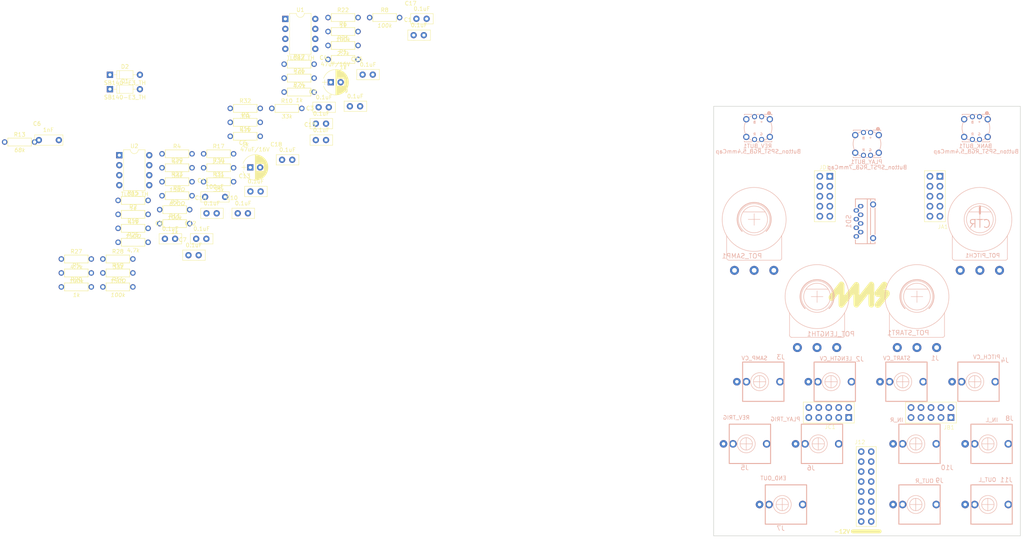
<source format=kicad_pcb>
(kicad_pcb (version 20211014) (generator pcbnew)
  (layers (0 "F.Cu" signal) (31 "B.Cu" signal) (34 "B.Paste" user) (35 "F.Paste" user) (36 "B.SilkS" user "B.Silkscreen") (37 "F.SilkS" user "F.Silkscreen") (38 "B.Mask" user) (39 "F.Mask" user) (44 "Edge.Cuts" user))
  (net 0 "")
  (net 2 "GND")
  (net 3 "Net-(BANK_BUT1-Pad2)")
  (net 5 "Net-(BANK_BUT1-Pad6)")
  (net 6 "+3V3")
  (net 7 "Net-(BANK_BUT1-Pad7)")
  (net 8 "Net-(BANK_BUT1-Pad8)")
  (net 9 "/A4")
  (net 10 "GNDADC")
  (net 11 "/A5")
  (net 12 "Net-(C3-Pad2)")
  (net 13 "+12V")
  (net 14 "-12VA")
  (net 15 "/A2")
  (net 16 "/A7")
  (net 17 "/A6")
  (net 18 "Net-(C11-Pad1)")
  (net 19 "Net-(C11-Pad2)")
  (net 20 "/D6")
  (net 21 "/D8")
  (net 22 "/A9")
  (net 23 "Net-(D1-Pad2)")
  (net 24 "Net-(D2-Pad1)")
  (net 25 "Net-(J1-Pad1)")
  (net 26 "Net-(J2-Pad1)")
  (net 27 "Net-(J3-Pad1)")
  (net 28 "Net-(J4-Pad1)")
  (net 29 "/PWR_HDR_CLK_BUS")
  (net 30 "/D15")
  (net 31 "/D13")
  (net 32 "/AUDIO_IN2")
  (net 34 "/AUDIO_OUT1")
  (net 37 "/AUDIO_OUT2")
  (net 39 "/AUDIO_IN1")
  (net 41 "VREF+")
  (net 42 "/D11")
  (net 43 "/D10")
  (net 44 "/D14")
  (net 45 "/D12")
  (net 46 "/Unused(5V)")
  (net 47 "/D0")
  (net 48 "/D1")
  (net 49 "/D3")
  (net 50 "/D2")
  (net 51 "/D5")
  (net 52 "/D19")
  (net 53 "/D18")
  (net 54 "/D7")
  (net 55 "/D17")
  (net 56 "/D16")
  (net 57 "/D9")
  (net 58 "/A0")
  (net 59 "/A1")
  (net 60 "/A3")
  (net 61 "/A8")
  (net 63 "Net-(PLAY_BUT1-Pad2)")
  (net 65 "Net-(PLAY_BUT1-Pad6)")
  (net 66 "Net-(PLAY_BUT1-Pad7)")
  (net 67 "Net-(PLAY_BUT1-Pad8)")
  (net 68 "Net-(R1-Pad2)")
  (net 69 "Net-(R8-Pad1)")
  (net 70 "Net-(R12-Pad2)")
  (net 71 "Net-(R20-Pad2)")
  (net 72 "Net-(R21-Pad2)")
  (net 73 "Net-(R24-Pad1)")
  (net 74 "Net-(R27-Pad1)")
  (net 75 "Net-(R29-Pad2)")
  (net 78 "Net-(J7-Pad1)")
  (net 80 "Net-(R10-Pad2)")
  (footprint "4ms_Resistor:R_Axial_DIN0207_L6.3mm_D2.5mm_P7.62mm_Horizontal" (layer "F.Cu") (at -133.24 -22.65)
    (fp_text reference "R22" (at 0 -1.9) (layer "F.SilkS") (effects (font (size 1.016 1.016) (thickness 0.1524))))
    (fp_text value "1k_TH0.125")
    (fp_text user "${Display}" (at 0 2.05) (layer "F.SilkS") (effects (font (thickness 0.15) italic)))
    (pad "1" thru_hole circle (at -3.81 0) (size 1.397 1.397) (drill 0.8128) (layers *.Cu *.Mask) (net 5 "Net-(BANK_BUT1-Pad6)"))
    (pad "2" thru_hole circle (at 3.81 0) (size 1.397 1.397) (drill 0.8128) (layers *.Cu *.Mask) (net 47 "/D0"))
  )
  (footprint "4ms_Capacitor:C_Disc_P2.54mm" (layer "F.Cu") (at -171.23 37.78)
    (fp_text reference "C7" (at -2.794 -3.9116) (layer "F.SilkS") (effects (font (size 1.016 1.016) (thickness 0.1524))))
    (fp_text value "0.1uF_Disc_TH" hide)
    (fp_text user "${Display}" (at 0.0508 -2.54) (layer "F.SilkS"))
    (pad "1" thru_hole circle (at -1.3208 0) (size 1.6 1.6) (drill 0.8) (layers *.Cu *.Mask) (net 13 "+12V"))
    (pad "2" thru_hole circle (at 1.27 0) (size 1.6 1.6) (drill 0.8) (layers *.Cu *.Mask) (net 2 "GND"))
  )
  (footprint "4ms_Capacitor:C_Disc_P2.54mm" (layer "F.Cu") (at -113.26 -22.34)
    (fp_text reference "C17" (at -2.794 -3.9116) (layer "F.SilkS") (effects (font (size 1.016 1.016) (thickness 0.1524))))
    (fp_text value "0.1uF_Disc_TH" hide)
    (fp_text user "${Display}" (at 0.0508 -2.54) (layer "F.SilkS"))
    (pad "1" thru_hole circle (at -1.3208 0) (size 1.6 1.6) (drill 0.8) (layers *.Cu *.Mask) (net 21 "/D8"))
    (pad "2" thru_hole circle (at 1.27 0) (size 1.6 1.6) (drill 0.8) (layers *.Cu *.Mask) (net 2 "GND"))
  )
  (footprint "4ms_Resistor:R_Axial_DIN0207_L6.3mm_D2.5mm_P7.62mm_Horizontal" (layer "F.Cu") (at -144.41 -7.25)
    (fp_text reference "R26" (at 0 -1.9) (layer "F.SilkS") (effects (font (size 1.016 1.016) (thickness 0.1524))))
    (fp_text value "4.7k_TH0.125")
    (fp_text user "${Display}" (at 0 2.05) (layer "F.SilkS") (effects (font (thickness 0.15) italic)))
    (pad "1" thru_hole circle (at -3.81 0) (size 1.397 1.397) (drill 0.8128) (layers *.Cu *.Mask) (net 63 "Net-(PLAY_BUT1-Pad2)"))
    (pad "2" thru_hole circle (at 3.81 0) (size 1.397 1.397) (drill 0.8128) (layers *.Cu *.Mask) (net 21 "/D8"))
  )
  (footprint "4ms_Capacitor:C_Disc_P2.54mm" (layer "F.Cu") (at -147.43 13.52)
    (fp_text reference "C18" (at -2.794 -3.9116) (layer "F.SilkS") (effects (font (size 1.016 1.016) (thickness 0.1524))))
    (fp_text value "0.1uF_Disc_TH" hide)
    (fp_text user "${Display}" (at 0.0508 -2.54) (layer "F.SilkS"))
    (pad "1" thru_hole circle (at -1.3208 0) (size 1.6 1.6) (drill 0.8) (layers *.Cu *.Mask) (net 22 "/A9"))
    (pad "2" thru_hole circle (at 1.27 0) (size 1.6 1.6) (drill 0.8) (layers *.Cu *.Mask) (net 2 "GND"))
  )
  (footprint "4ms_Resistor:R_Axial_DIN0207_L6.3mm_D2.5mm_P7.62mm_Horizontal" (layer "F.Cu") (at -186.63 27.4)
    (fp_text reference "R2" (at 0 -1.9) (layer "F.SilkS") (effects (font (size 1.016 1.016) (thickness 0.1524))))
    (fp_text value "47k_TH0.125")
    (fp_text user "${Display}" (at 0 2.05) (layer "F.SilkS") (effects (font (thickness 0.15) italic)))
    (pad "1" thru_hole circle (at -3.81 0) (size 1.397 1.397) (drill 0.8128) (layers *.Cu *.Mask) (net 25 "Net-(J1-Pad1)"))
    (pad "2" thru_hole circle (at 3.81 0) (size 1.397 1.397) (drill 0.8128) (layers *.Cu *.Mask) (net 58 "/A0"))
  )
  (footprint "4ms_Diode:D_DO-35_P7.62mm_Horizontal" (layer "F.Cu") (at -188.71 -8.1)
    (fp_text reference "D2" (at 0 -2.06) (layer "F.SilkS") (effects (font (size 1.016 1.016) (thickness 0.1524))))
    (fp_text value "SB140-E3_TH" (at 0 2.06) (layer "F.SilkS") (effects (font (size 1.016 1.016) (thickness 0.1524))))
    (pad "1" thru_hole rect locked (at -3.81 0) (size 1.6 1.6) (drill 0.8) (layers *.Cu *.Mask) (net 24 "Net-(D2-Pad1)"))
    (pad "2" thru_hole oval locked (at 3.81 0) (size 1.6 1.6) (drill 0.8) (layers *.Cu *.Mask) (net 14 "-12VA"))
  )
  (footprint "4ms_Connector:Socket_2x05_2.54mm_TH" (layer "F.Cu") (at -9.728022 77.7938 -90)
    (fp_text reference "JC1" (at 3.658564 -0.359368 180) (layer "F.SilkS") (effects (font (thickness 0.1))))
    (fp_text value "Socket_02x05_TH" hide)
    (pad "1" thru_hole rect locked (at 1.27 -5.08 270) (size 1.7 1.7) (drill 1) (layers F&B.Cu *.Mask) (net 58 "/A0"))
    (pad "2" thru_hole oval locked (at -1.27 -5.08 270) (size 1.7 1.7) (drill 1) (layers F&B.Cu *.Mask) (net 59 "/A1"))
    (pad "3" thru_hole oval locked (at 1.27 -2.54 270) (size 1.7 1.7) (drill 1) (layers F&B.Cu *.Mask) (net 15 "/A2"))
    (pad "4" thru_hole oval locked (at -1.27 -2.54 270) (size 1.7 1.7) (drill 1) (layers F&B.Cu *.Mask) (net 60 "/A3"))
    (pad "5" thru_hole oval locked (at 1.27 0 270) (size 1.7 1.7) (drill 1) (layers F&B.Cu *.Mask) (net 9 "/A4"))
    (pad "6" thru_hole oval locked (at -1.27 0 270) (size 1.7 1.7) (drill 1) (layers F&B.Cu *.Mask) (net 11 "/A5"))
    (pad "7" thru_hole oval locked (at 1.27 2.54 270) (size 1.7 1.7) (drill 1) (layers F&B.Cu *.Mask) (net 17 "/A6"))
    (pad "8" thru_hole oval locked (at -1.27 2.54 270) (size 1.7 1.7) (drill 1) (layers F&B.Cu *.Mask) (net 16 "/A7"))
    (pad "9" thru_hole oval locked (at 1.27 5.08 270) (size 1.7 1.7) (drill 1) (layers F&B.Cu *.Mask) (net 61 "/A8"))
    (pad "10" thru_hole oval locked (at -1.27 5.08 270) (size 1.7 1.7) (drill 1) (layers F&B.Cu *.Mask) (net 22 "/A9"))
  )
  (footprint "4ms_Resistor:R_Axial_DIN0207_L6.3mm_D2.5mm_P7.62mm_Horizontal" (layer "F.Cu") (at -158.11 7.55)
    (fp_text reference "R16" (at 0 -1.9) (layer "F.SilkS") (effects (font (size 1.016 1.016) (thickness 0.1524))))
    (fp_text value "1k_TH0.125")
    (fp_text user "${Display}" (at 0 2.05) (layer "F.SilkS") (effects (font (thickness 0.15) italic)))
    (pad "1" thru_hole circle (at -3.81 0) (size 1.397 1.397) (drill 0.8128) (layers *.Cu *.Mask) (net 51 "/D5"))
    (pad "2" thru_hole circle (at 3.81 0) (size 1.397 1.397) (drill 0.8128) (layers *.Cu *.Mask) (net 8 "Net-(BANK_BUT1-Pad8)"))
  )
  (footprint "4ms_Capacitor:C_Disc_P2.54mm" (layer "F.Cu") (at -113.97 -18.17)
    (fp_text reference "C1" (at -2.794 -3.9116) (layer "F.SilkS") (effects (font (size 1.016 1.016) (thickness 0.1524))))
    (fp_text value "0.1uF_Disc_TH" hide)
    (fp_text user "${Display}" (at 0.0508 -2.54) (layer "F.SilkS"))
    (pad "1" thru_hole circle (at -1.3208 0) (size 1.6 1.6) (drill 0.8) (layers *.Cu *.Mask) (net 9 "/A4"))
    (pad "2" thru_hole circle (at 1.27 0) (size 1.6 1.6) (drill 0.8) (layers *.Cu *.Mask) (net 10 "GNDADC"))
  )
  (footprint "4ms_Capacitor:CP_Radial_P2.5mm" (layer "F.Cu") (at -136.35 -6.2)
    (fp_text reference "C4" (at -1.8796 -6.2484) (layer "F.SilkS") (effects (font (size 1.016 1.016) (thickness 0.1524))))
    (fp_text value "47uF_16V_TH" hide)
    (fp_text user "${Display}" (at 1.1684 -4.572) (layer "F.SilkS"))
    (pad "1" thru_hole rect (at 0 0) (size 1.6 1.6) (drill 0.8) (layers *.Cu *.Mask) (net 13 "+12V"))
    (pad "2" thru_hole circle (at 2.5 0) (size 1.6 1.6) (drill 0.8) (layers *.Cu *.Mask) (net 2 "GND"))
  )
  (footprint "4ms_Resistor:R_Axial_DIN0207_L6.3mm_D2.5mm_P7.62mm_Horizontal" (layer "F.Cu") (at -201.07 42.3)
    (fp_text reference "R5" (at 0 -1.9) (layer "F.SilkS") (effects (font (size 1.016 1.016) (thickness 0.1524))))
    (fp_text value "100k_TH0.125")
    (fp_text user "${Display}" (at 0 2.05) (layer "F.SilkS") (effects (font (thickness 0.15) italic)))
    (pad "1" thru_hole circle (at -3.81 0) (size 1.397 1.397) (drill 0.8128) (layers *.Cu *.Mask) (net 2 "GND"))
    (pad "2" thru_hole circle (at 3.81 0) (size 1.397 1.397) (drill 0.8128) (layers *.Cu *.Mask) (net 58 "/A0"))
  )
  (footprint "4ms_Resistor:R_Axial_DIN0207_L6.3mm_D2.5mm_P7.62mm_Horizontal" (layer "F.Cu") (at -175.46 22.65)
    (fp_text reference "R9" (at 0 -1.9) (layer "F.SilkS") (effects (font (size 1.016 1.016) (thickness 0.1524))))
    (fp_text value "620Ω_TH0.125")
    (fp_text user "${Display}" (at 0 2.05) (layer "F.SilkS") (effects (font (thickness 0.15) italic)))
    (pad "1" thru_hole circle (at -3.81 0) (size 1.397 1.397) (drill 0.8128) (layers *.Cu *.Mask) (net 2 "GND"))
    (pad "2" thru_hole circle (at 3.81 0) (size 1.397 1.397) (drill 0.8128) (layers *.Cu *.Mask) (net 12 "Net-(C3-Pad2)"))
  )
  (footprint "4ms_Resistor:R_Axial_DIN0207_L6.3mm_D2.5mm_P7.62mm_Horizontal" (layer "F.Cu") (at -190.5 45.85)
    (fp_text reference "R14" (at 0 -1.9) (layer "F.SilkS") (effects (font (size 1.016 1.016) (thickness 0.1524))))
    (fp_text value "100k_TH0.125")
    (fp_text user "${Display}" (at 0 2.05) (layer "F.SilkS") (effects (font (thickness 0.15) italic)))
    (pad "1" thru_hole circle (at -3.81 0) (size 1.397 1.397) (drill 0.8128) (layers *.Cu *.Mask) (net 18 "Net-(C11-Pad1)"))
    (pad "2" thru_hole circle (at 3.81 0) (size 1.397 1.397) (drill 0.8128) (layers *.Cu *.Mask) (net 19 "Net-(C11-Pad2)"))
  )
  (footprint "4ms_Resistor:R_Axial_DIN0207_L6.3mm_D2.5mm_P7.62mm_Horizontal" (layer "F.Cu") (at -186.63 34.5)
    (fp_text reference "R25" (at 0 -1.9) (layer "F.SilkS") (effects (font (size 1.016 1.016) (thickness 0.1524))))
    (fp_text value "4.7k_TH0.125")
    (fp_text user "${Display}" (at 0 2.05) (layer "F.SilkS") (effects (font (thickness 0.15) italic)))
    (pad "1" thru_hole circle (at -3.81 0) (size 1.397 1.397) (drill 0.8128) (layers *.Cu *.Mask) (net 3 "Net-(BANK_BUT1-Pad2)"))
    (pad "2" thru_hole circle (at 3.81 0) (size 1.397 1.397) (drill 0.8128) (layers *.Cu *.Mask) (net 20 "/D6"))
  )
  (footprint "4ms_Capacitor:C_Disc_P2.54mm" (layer "F.Cu") (at -138.84 8.5)
    (fp_text reference "C15" (at -2.794 -3.9116) (layer "F.SilkS") (effects (font (size 1.016 1.016) (thickness 0.1524))))
    (fp_text value "0.1uF_Disc_TH" hide)
    (fp_text user "${Display}" (at 0.0508 -2.54) (layer "F.SilkS"))
    (pad "1" thru_hole circle (at -1.3208 0) (size 1.6 1.6) (drill 0.8) (layers *.Cu *.Mask) (net 14 "-12VA"))
    (pad "2" thru_hole circle (at 1.27 0) (size 1.6 1.6) (drill 0.8) (layers *.Cu *.Mask) (net 2 "GND"))
  )
  (footprint "4ms_Diode:D_DO-35_P7.62mm_Horizontal" (layer "F.Cu") (at -188.71 -4.43)
    (fp_text reference "D1" (at 0 -2.06) (layer "F.SilkS") (effects (font (size 1.016 1.016) (thickness 0.1524))))
    (fp_text value "SB140-E3_TH" (at 0 2.06) (layer "F.SilkS") (effects (font (size 1.016 1.016) (thickness 0.1524))))
    (pad "1" thru_hole rect locked (at -3.81 0) (size 1.6 1.6) (drill 0.8) (layers *.Cu *.Mask) (net 13 "+12V"))
    (pad "2" thru_hole oval locked (at 3.81 0) (size 1.6 1.6) (drill 0.8) (layers *.Cu *.Mask) (net 23 "Net-(D1-Pad2)"))
  )
  (footprint "4ms_Capacitor:C_Disc_P2.54mm" (layer "F.Cu") (at -155.48 21.57)
    (fp_text reference "C13" (at -2.794 -3.9116) (layer "F.SilkS") (effects (font (size 1.016 1.016) (thickness 0.1524))))
    (fp_text value "0.1uF_Disc_TH" hide)
    (fp_text user "${Display}" (at 0.0508 -2.54) (layer "F.SilkS"))
    (pad "1" thru_hole circle (at -1.3208 0) (size 1.6 1.6) (drill 0.8) (layers *.Cu *.Mask) (net 14 "-12VA"))
    (pad "2" thru_hole circle (at 1.27 0) (size 1.6 1.6) (drill 0.8) (layers *.Cu *.Mask) (net 2 "GND"))
  )
  (footprint "4ms_Resistor:R_Axial_DIN0207_L6.3mm_D2.5mm_P7.62mm_Horizontal" (layer "F.Cu") (at -175.46 19.1)
    (fp_text reference "R23" (at 0 -1.9) (layer "F.SilkS") (effects (font (size 1.016 1.016) (thickness 0.1524))))
    (fp_text value "150Ω_TH0.125")
    (fp_text user "${Display}" (at 0 2.05) (layer "F.SilkS") (effects (font (thickness 0.15) italic)))
    (pad "1" thru_hole circle (at -3.81 0) (size 1.397 1.397) (drill 0.8128) (layers *.Cu *.Mask) (net 65 "Net-(PLAY_BUT1-Pad6)"))
    (pad "2" thru_hole circle (at 3.81 0) (size 1.397 1.397) (drill 0.8128) (layers *.Cu *.Mask) (net 44 "/D14"))
  )
  (footprint "4ms_Capacitor:C_Disc_P2.54mm" (layer "F.Cu") (at -130.18 -0.09)
    (fp_text reference "C9" (at -2.794 -3.9116) (layer "F.SilkS") (effects (font (size 1.016 1.016) (thickness 0.1524))))
    (fp_text value "0.1uF_Disc_TH" hide)
    (fp_text user "${Display}" (at 0.0508 -2.54) (layer "F.SilkS"))
    (pad "1" thru_hole circle (at -1.3208 0) (size 1.6 1.6) (drill 0.8) (layers *.Cu *.Mask) (net 16 "/A7"))
    (pad "2" thru_hole circle (at 1.27 0) (size 1.6 1.6) (drill 0.8) (layers *.Cu *.Mask) (net 10 "GNDADC"))
  )
  (footprint "4ms_Resistor:R_Axial_DIN0207_L6.3mm_D2.5mm_P7.62mm_Horizontal" (layer "F.Cu") (at -175.46 15.55)
    (fp_text reference "R29" (at 0 -1.9) (layer "F.SilkS") (effects (font (size 1.016 1.016) (thickness 0.1524))))
    (fp_text value "33k_TH0.125")
    (fp_text user "${Display}" (at 0 2.05) (layer "F.SilkS") (effects (font (thickness 0.15) italic)))
    (pad "1" thru_hole circle (at -3.81 0) (size 1.397 1.397) (drill 0.8128) (layers *.Cu *.Mask) (net 6 "+3V3"))
    (pad "2" thru_hole circle (at 3.81 0) (size 1.397 1.397) (drill 0.8128) (layers *.Cu *.Mask) (net 75 "Net-(R29-Pad2)"))
  )
  (footprint "4ms_Package_DIP:DIP-8pin_TH" (layer "F.Cu") (at -147.92 -22.3)
    (fp_text reference "U1" (at 3.82 -2.324) (layer "F.SilkS"))
    (fp_text value "TL082_TH" (at 3.91 9.916) (layer "F.SilkS"))
    (pad "1" thru_hole rect locked (at 0 0) (size 1.6 1.6) (drill 0.8) (layers *.Cu *.Mask) (net 69 "Net-(R8-Pad1)"))
    (pad "2" thru_hole oval locked (at 0 2.54) (size 1.6 1.6) (drill 0.8) (layers *.Cu *.Mask) (net 69 "Net-(R8-Pad1)"))
    (pad "3" thru_hole oval locked (at 0 5.08) (size 1.6 1.6) (drill 0.8) (layers *.Cu *.Mask) (net 68 "Net-(R1-Pad2)"))
    (pad "4" thru_hole oval locked (at 0 7.62) (size 1.6 1.6) (drill 0.8) (layers *.Cu *.Mask) (net 14 "-12VA"))
    (pad "5" thru_hole oval locked (at 7.62 7.62) (size 1.6 1.6) (drill 0.8) (layers *.Cu *.Mask) (net 12 "Net-(C3-Pad2)"))
    (pad "6" thru_hole oval locked (at 7.62 5.08) (size 1.6 1.6) (drill 0.8) (layers *.Cu *.Mask) (net 80 "Net-(R10-Pad2)"))
    (pad "7" thru_hole oval locked (at 7.62 2.54) (size 1.6 1.6) (drill 0.8) (layers *.Cu *.Mask) (net 15 "/A2"))
    (pad "8" thru_hole oval locked (at 7.62 0) (size 1.6 1.6) (drill 0.8) (layers *.Cu *.Mask) (net 13 "+12V"))
  )
  (footprint "4ms_Resistor:R_Axial_DIN0207_L6.3mm_D2.5mm_P7.62mm_Horizontal" (layer "F.Cu") (at -164.89 15.55)
    (fp_text reference "R30" (at 0 -1.9) (layer "F.SilkS") (effects (font (size 1.016 1.016) (thickness 0.1524))))
    (fp_text value "33k_TH0.125")
    (fp_text user "${Display}" (at 0 2.05) (layer "F.SilkS") (effects (font (thickness 0.15) italic)))
    (pad "1" thru_hole circle (at -3.81 0) (size 1.397 1.397) (drill 0.8128) (layers *.Cu *.Mask) (net 6 "+3V3"))
    (pad "2" thru_hole circle (at 3.81 0) (size 1.397 1.397) (drill 0.8128) (layers *.Cu *.Mask) (net 52 "/D19"))
  )
  (footprint "4ms_Resistor:R_Axial_DIN0207_L6.3mm_D2.5mm_P7.62mm_Horizontal" (layer "F.Cu") (at -133.24 -15.55)
    (fp_text reference "R21" (at 0 -1.9) (layer "F.SilkS") (effects (font (size 1.016 1.016) (thickness 0.1524))))
    (fp_text value "2.7k_TH0.125")
    (fp_text user "${Display}" (at 0 2.05) (layer "F.SilkS") (effects (font (thickness 0.15) italic)))
    (pad "1" thru_hole circle (at -3.81 0) (size 1.397 1.397) (drill 0.8128) (layers *.Cu *.Mask) (net 45 "/D12"))
    (pad "2" thru_hole circle (at 3.81 0) (size 1.397 1.397) (drill 0.8128) (layers *.Cu *.Mask) (net 72 "Net-(R21-Pad2)"))
  )
  (footprint "4ms_Connector:Pins_2x08_2.54mm_TH_EuroPower" (layer "F.Cu") (at -0.2 96.6138)
    (fp_text reference "J12" (at -3 -10.7) (layer "F.SilkS") (effects (font (thickness 0.1016)) (justify left bottom)))
    (fp_text value "Eurorack_Power_16pin_Unshrouded")
    (fp_text user "-12V" (at -6.15 11.438) (layer "F.SilkS") (effects (font (thickness 0.2))))
    (pad "1" thru_hole circle locked (at -1.27 -8.89) (size 1.651 1.651) (drill 0.9) (layers F&B.Cu *.Mask) (net 29 "/PWR_HDR_CLK_BUS"))
    (pad "2" thru_hole circle locked (at 1.27 -8.89) (size 1.651 1.651) (drill 0.9) (layers F&B.Cu *.Mask) (net 29 "/PWR_HDR_CLK_BUS"))
    (pad "3" thru_hole circle locked (at -1.27 -6.35) (size 1.651 1.651) (drill 0.9) (layers F&B.Cu *.Mask))
    (pad "4" thru_hole circle locked (at 1.27 -6.35) (size 1.651 1.651) (drill 0.9) (layers F&B.Cu *.Mask))
    (pad "5" thru_hole circle locked (at -1.27 -3.81) (size 1.651 1.651) (drill 0.9) (layers F&B.Cu *.Mask))
    (pad "6" thru_hole circle locked (at 1.27 -3.81) (size 1.651 1.651) (drill 0.9) (layers F&B.Cu *.Mask))
    (pad "7" thru_hole circle locked (at -1.27 -1.27) (size 1.651 1.651) (drill 0.9) (layers F&B.Cu *.Mask) (net 23 "Net-(D1-Pad2)"))
    (pad "8" thru_hole circle locked (at 1.27 -1.27) (size 1.651 1.651) (drill 0.9) (layers F&B.Cu *.Mask) (net 23 "Net-(D1-Pad2)"))
    (pad "9" thru_hole circle locked (at -1.27 1.27) (size 1.651 1.651) (drill 0.9) (layers F&B.Cu *.Mask) (net 2 "GND"))
    (pad "10" thru_hole circle locked (at 1.27 1.27) (size 1.651 1.651) (drill 0.9) (layers F&B.Cu *.Mask) (net 2 "GND"))
    (pad "11" thru_hole circle locked (at -1.27 3.81) (size 1.651 1.651) (drill 0.9) (layers F&B.Cu *.Mask) (net 2 "GND"))
    (pad "12" thru_hole circle locked (at 1.27 3.81) (size 1.651 1.651) (drill 0.9) (layers F&B.Cu *.Mask) (net 2 "GND"))
    (pad "13" thru_hole circle locked (at -1.27 6.35) (size 1.651 1.651) (drill 0.9) (layers F&B.Cu *.Mask) (net 2 "GND"))
    (pad "14" thru_hole circle locked (at 1.27 6.35) (size 1.651 1.651) (drill 0.9) (layers F&B.Cu *.Mask) (net 2 "GND"))
    (pad "15" thru_hole circle locked (at -1.27 8.89) (size 1.651 1.651) (drill 0.9) (layers F&B.Cu *.Mask) (net 24 "Net-(D2-Pad1)"))
    (pad "16" thru_hole circle locked (at 1.27 8.89) (size 1.651 1.651) (drill 0.9) (layers F&B.Cu *.Mask) (net 24 "Net-(D2-Pad1)"))
  )
  (footprint "4ms_Resistor:R_Axial_DIN0207_L6.3mm_D2.5mm_P7.62mm_Horizontal" (layer "F.Cu") (at -175.46 12)
    (fp_text reference "R4" (at 0 -1.9) (layer "F.SilkS") (effects (font (size 1.016 1.016) (thickness 0.1524))))
    (fp_text value "47k_TH0.125")
    (fp_text user "${Display}" (at 0 2.05) (layer "F.SilkS") (effects (font (thickness 0.15) italic)))
    (pad "1" thru_hole circle (at -3.81 0) (size 1.397 1.397) (drill 0.8128) (layers *.Cu *.Mask) (net 27 "Net-(J3-Pad1)"))
    (pad "2" thru_hole circle (at 3.81 0) (size 1.397 1.397) (drill 0.8128) (layers *.Cu *.Mask) (net 60 "/A3"))
  )
  (footprint "4ms_Resistor:R_Axial_DIN0207_L6.3mm_D2.5mm_P7.62mm_Horizontal" (layer "F.Cu") (at -190.5 38.75)
    (fp_text reference "R28" (at 0 -1.9) (layer "F.SilkS") (effects (font (size 1.016 1.016) (thickness 0.1524))))
    (fp_text value "33k_TH0.125")
    (fp_text user "${Display}" (at 0 2.05) (layer "F.SilkS") (effects (font (thickness 0.15) italic)))
    (pad "1" thru_hole circle (at -3.81 0) (size 1.397 1.397) (drill 0.8128) (layers *.Cu *.Mask) (net 6 "+3V3"))
    (pad "2" thru_hole circle (at 3.81 0) (size 1.397 1.397) (drill 0.8128) (layers *.Cu *.Mask) (net 53 "/D18"))
  )
  (footprint "4ms_Resistor:R_Axial_DIN0207_L6.3mm_D2.5mm_P7.62mm_Horizontal" (layer "F.Cu") (at -133.24 -12)
    (fp_text reference "R1" (at 0 -1.9) (layer "F.SilkS") (effects (font (size 1.016 1.016) (thickness 0.1524))))
    (fp_text value "1k_TH0.125")
    (fp_text user "${Display}" (at 0 2.05) (layer "F.SilkS") (effects (font (thickness 0.15) italic)))
    (pad "1" thru_hole circle (at -3.81 0) (size 1.397 1.397) (drill 0.8128) (layers *.Cu *.Mask) (net 28 "Net-(J4-Pad1)"))
    (pad "2" thru_hole circle (at 3.81 0) (size 1.397 1.397) (drill 0.8128) (layers *.Cu *.Mask) (net 68 "Net-(R1-Pad2)"))
  )
  (footprint "4ms_Resistor:R_Axial_DIN0207_L6.3mm_D2.5mm_P7.62mm_Horizontal" (layer "F.Cu") (at -144.41 -10.8)
    (fp_text reference "R12" (at 0 -1.9) (layer "F.SilkS") (effects (font (size 1.016 1.016) (thickness 0.1524))))
    (fp_text value "10k_TH0.125")
    (fp_text user "${Display}" (at 0 2.05) (layer "F.SilkS") (effects (font (thickness 0.15) italic)))
    (pad "1" thru_hole circle (at -3.81 0) (size 1.397 1.397) (drill 0.8128) (layers *.Cu *.Mask) (net 50 "/D2"))
    (pad "2" thru_hole circle (at 3.81 0) (size 1.397 1.397) (drill 0.8128) (layers *.Cu *.Mask) (net 70 "Net-(R12-Pad2)"))
  )
  (footprint "4ms_Capacitor:C_Disc_P2.54mm" (layer "F.Cu") (at -177.22 33.61)
    (fp_text reference "C8" (at -2.794 -3.9116) (layer "F.SilkS") (effects (font (size 1.016 1.016) (thickness 0.1524))))
    (fp_text value "0.1uF_Disc_TH" hide)
    (fp_text user "${Display}" (at 0.0508 -2.54) (layer "F.SilkS"))
    (pad "1" thru_hole circle (at -1.3208 0) (size 1.6 1.6) (drill 0.8) (layers *.Cu *.Mask) (net 14 "-12VA"))
    (pad "2" thru_hole circle (at 1.27 0) (size 1.6 1.6) (drill 0.8) (layers *.Cu *.Mask) (net 2 "GND"))
  )
  (footprint "4ms_Resistor:R_Axial_DIN0207_L6.3mm_D2.5mm_P7.62mm_Horizontal" (layer "F.Cu") (at -201.07 38.75)
    (fp_text reference "R27" (at 0 -1.9) (layer "F.SilkS") (effects (font (size 1.016 1.016) (thickness 0.1524))))
    (fp_text value "4.7k_TH0.125")
    (fp_text user "${Display}" (at 0 2.05) (layer "F.SilkS") (effects (font (thickness 0.15) italic)))
    (pad "1" thru_hole circle (at -3.81 0) (size 1.397 1.397) (drill 0.8128) (layers *.Cu *.Mask) (net 74 "Net-(R27-Pad1)"))
    (pad "2" thru_hole circle (at 3.81 0) (size 1.397 1.397) (drill 0.8128) (layers *.Cu *.Mask) (net 22 "/A9"))
  )
  (footprint "4ms_Capacitor:C_Disc_P5.08mm" (layer "F.Cu") (at -208.08 8.51)
    (fp_text reference "C6" (at -2.9972 -4.1656) (layer "F.SilkS") (effects (font (size 1.016 1.016) (thickness 0.1524))))
    (fp_text value "1nF_Disc_TH" hide)
    (fp_text user "${Display}" (at -0.1016 -2.5908) (layer "F.SilkS"))
    (pad "1" thru_hole circle (at -2.5146 0) (size 1.6 1.6) (drill 0.8) (layers *.Cu *.Mask) (net 15 "/A2"))
    (pad "2" thru_hole circle (at 2.5654 0) (size 1.6 1.6) (drill 0.8) (layers *.Cu *.Mask) (net 80 "Net-(R10-Pad2)"))
  )
  (footprint "4ms_Resistor:R_Axial_DIN0207_L6.3mm_D2.5mm_P7.62mm_Horizontal" (layer "F.Cu") (at -133.24 -19.1)
    (fp_text reference "R6" (at 0 -1.9) (layer "F.SilkS") (effects (font (size 1.016 1.016) (thickness 0.1524))))
    (fp_text value "100k_TH0.125")
    (fp_text user "${Display}" (at 0 2.05) (layer "F.SilkS") (effects (font (thickness 0.15) italic)))
    (pad "1" thru_hole circle (at -3.81 0) (size 1.397 1.397) (drill 0.8128) (layers *.Cu *.Mask) (net 2 "GND"))
    (pad "2" thru_hole circle (at 3.81 0) (size 1.397 1.397) (drill 0.8128) (layers *.Cu *.Mask) (net 59 "/A1"))
  )
  (footprint "4ms_Symbol:4msLogo_15.5x6.6mm" (layer "F.Cu") (at -1.979654 47.7838)
    (fp_text reference "G***1" hide)
    (fp_text value "4ms-logo" hide)
  )
  (footprint "4ms_Resistor:R_Axial_DIN0207_L6.3mm_D2.5mm_P7.62mm_Horizontal" (layer "F.Cu") (at -158.11 0.45)
    (fp_text reference "R32" (at 0 -1.9) (layer "F.SilkS") (effects (font (size 1.016 1.016) (thickness 0.1524))))
    (fp_text value "33k_TH0.125")
    (fp_text user "${Display}" (at 0 2.05) (layer "F.SilkS") (effects (font (thickness 0.15) italic)))
    (pad "1" thru_hole circle (at -3.81 0) (size 1.397 1.397) (drill 0.8128) (layers *.Cu *.Mask) (net 6 "+3V3"))
    (pad "2" thru_hole circle (at 3.81 0) (size 1.397 1.397) (drill 0.8128) (layers *.Cu *.Mask) (net 55 "/D17"))
  )
  (footprint "4ms_Capacitor:C_Disc_P2.54mm" (layer "F.Cu") (at -138.13 0.16)
    (fp_text reference "C2" (at -2.794 -3.9116) (layer "F.SilkS") (effects (font (size 1.016 1.016) (thickness 0.1524))))
    (fp_text value "0.1uF_Disc_TH" hide)
    (fp_text user "${Display}" (at 0.0508 -2.54) (layer "F.SilkS"))
    (pad "1" thru_hole circle (at -1.3208 0) (size 1.6 1.6) (drill 0.8) (layers *.Cu *.Mask) (net 11 "/A5"))
    (pad "2" thru_hole circle (at 1.27 0) (size 1.6 1.6) (drill 0.8) (layers *.Cu *.Mask) (net 10 "GNDADC"))
  )
  (footprint "4ms_Resistor:R_Axial_DIN0207_L6.3mm_D2.5mm_P7.62mm_Horizontal" (layer "F.Cu") (at -215.49 9.01)
    (fp_text reference "R13" (at 0 -1.9) (layer "F.SilkS") (effects (font (size 1.016 1.016) (thickness 0.1524))))
    (fp_text value "68k_TH0.125")
    (fp_text user "${Display}" (at 0 2.05) (layer "F.SilkS") (effects (font (thickness 0.15) italic)))
    (pad "1" thru_hole circle (at -3.81 0) (size 1.397 1.397) (drill 0.8128) (layers *.Cu *.Mask) (net 2 "GND"))
    (pad "2" thru_hole circle (at 3.81 0) (size 1.397 1.397) (drill 0.8128) (layers *.Cu *.Mask) (net 18 "Net-(C11-Pad1)"))
  )
  (footprint "4ms_Resistor:R_Axial_DIN0207_L6.3mm_D2.5mm_P7.62mm_Horizontal" (layer "F.Cu") (at -190.5 42.3)
    (fp_text reference "R19" (at 0 -1.9) (layer "F.SilkS") (effects (font (size 1.016 1.016) (thickness 0.1524))))
    (fp_text value "150Ω_TH0.125")
    (fp_text user "${Display}" (at 0 2.05) (layer "F.SilkS") (effects (font (thickness 0.15) italic)))
    (pad "1" thru_hole circle (at -3.81 0) (size 1.397 1.397) (drill 0.8128) (layers *.Cu *.Mask) (net 49 "/D3"))
    (pad "2" thru_hole circle (at 3.81 0) (size 1.397 1.397) (drill 0.8128) (layers *.Cu *.Mask) (net 66 "Net-(PLAY_BUT1-Pad7)"))
  )
  (footprint "4ms_Capacitor:CP_Radial_P2.5mm" (layer "F.Cu") (at -156.83 15.46)
    (fp_text reference "C5" (at -1.8796 -6.2484) (layer "F.SilkS") (effects (font (size 1.016 1.016) (thickness 0.1524))))
    (fp_text value "47uF_16V_TH" hide)
    (fp_text user "${Display}" (at 1.1684 -4.572) (layer "F.SilkS"))
    (pad "1" thru_hole rect (at 0 0) (size 1.6 1.6) (drill 0.8) (layers *.Cu *.Mask) (net 2 "GND"))
    (pad "2" thru_hole circle (at 2.5 0) (size 1.6 1.6) (drill 0.8) (layers *.Cu *.Mask) (net 14 "-12VA"))
  )
  (footprint "4ms_Capacitor:C_Disc_P2.54mm" (layer "F.Cu") (at -166.65 27.13)
    (fp_text reference "C14" (at -2.794 -3.9116) (layer "F.SilkS") (effects (font (size 1.016 1.016) (thickness 0.1524))))
    (fp_text value "0.1uF_Disc_TH" hide)
    (fp_text user "${Display}" (at 0.0508 -2.54) (layer "F.SilkS"))
    (pad "1" thru_hole circle (at -1.3208 0) (size 1.6 1.6) (drill 0.8) (layers *.Cu *.Mask) (net 13 "+12V"))
    (pad "2" thru_hole circle (at 1.27 0) (size 1.6 1.6) (drill 0.8) (layers *.Cu *.Mask) (net 2 "GND"))
  )
  (footprint "4ms_Connector:Socket_2x05_2.54mm_TH" (layer "F.Cu") (at 17.272 22.793808)
    (fp_text reference "JA1" (at 2.032 7.766992) (layer "F.SilkS") (effects (font (thickness 0.1))))
    (fp_text value "Socket_02x05_TH" hide)
    (pad "1" thru_hole rect locked (at 1.27 -5.08) (size 1.7 1.7) (drill 1) (layers F&B.Cu *.Mask) (net 14 "-12VA"))
    (pad "2" thru_hole oval locked (at -1.27 -5.08) (size 1.7 1.7) (drill 1) (layers F&B.Cu *.Mask) (net 41 "VREF+"))
    (pad "3" thru_hole oval locked (at 1.27 -2.54) (size 1.7 1.7) (drill 1) (layers F&B.Cu *.Mask) (net 42 "/D11"))
    (pad "4" thru_hole oval locked (at -1.27 -2.54) (size 1.7 1.7) (drill 1) (layers F&B.Cu *.Mask) (net 43 "/D10"))
    (pad "5" thru_hole oval locked (at 1.27 0) (size 1.7 1.7) (drill 1) (layers F&B.Cu *.Mask) (net 44 "/D14"))
    (pad "6" thru_hole oval locked (at -1.27 0) (size 1.7 1.7) (drill 1) (layers F&B.Cu *.Mask) (net 45 "/D12"))
    (pad "7" thru_hole oval locked (at 1.27 2.54) (size 1.7 1.7) (drill 1) (layers F&B.Cu *.Mask) (net 2 "GND"))
    (pad "8" thru_hole oval locked (at -1.27 2.54) (size 1.7 1.7) (drill 1) (layers F&B.Cu *.Mask) (net 10 "GNDADC"))
    (pad "9" thru_hole oval locked (at 1.27 5.08) (size 1.7 1.7) (drill 1) (layers F&B.Cu *.Mask) (net 13 "+12V"))
    (pad "10" thru_hole oval locked (at -1.27 5.08) (size 1.7 1.7) (drill 1) (layers F&B.Cu *.Mask) (net 46 "/Unused(5V)"))
  )
  (footprint "4ms_Resistor:R_Axial_DIN0207_L6.3mm_D2.5mm_P7.62mm_Horizontal" (layer "F.Cu") (at -164.89 19.1)
    (fp_text reference "R31" (at 0 -1.9) (layer "F.SilkS") (effects (font (size 1.016 1.016) (thickness 0.1524))))
    (fp_text value "33k_TH0.125")
    (fp_text user "${Display}" (at 0 2.05) (layer "F.SilkS") (effects (font (thickness 0.15) italic)))
    (pad "1" thru_hole circle (at -3.81 0) (size 1.397 1.397) (drill 0.8128) (layers *.Cu *.Mask) (net 6 "+3V3"))
    (pad "2" thru_hole circle (at 3.81 0) (size 1.397 1.397) (drill 0.8128) (layers *.Cu *.Mask) (net 56 "/D16"))
  )
  (footprint "4ms_Package_DIP:DIP-8pin_TH" (layer "F.Cu") (at -190.14 12.35)
    (fp_text reference "U2" (at 3.82 -2.324) (layer "F.SilkS"))
    (fp_text value "TL082_TH" (at 3.91 9.916) (layer "F.SilkS"))
    (pad "1" thru_hole rect locked (at 0 0) (size 1.6 1.6) (drill 0.8) (layers *.Cu *.Mask))
    (pad "2" thru_hole oval locked (at 0 2.54) (size 1.6 1.6) (drill 0.8) (layers *.Cu *.Mask))
    (pad "3" thru_hole oval locked (at 0 5.08) (size 1.6 1.6) (drill 0.8) (layers *.Cu *.Mask))
    (pad "4" thru_hole oval locked (at 0 7.62) (size 1.6 1.6) (drill 0.8) (layers *.Cu *.Mask) (net 14 "-12VA"))
    (pad "5" thru_hole oval locked (at 7.62 7.62) (size 1.6 1.6) (drill 0.8) (layers *.Cu *.Mask) (net 70 "Net-(R12-Pad2)"))
    (pad "6" thru_hole oval locked (at 7.62 5.08) (size 1.6 1.6) (drill 0.8) (layers *.Cu *.Mask) (net 18 "Net-(C11-Pad1)"))
    (pad "7" thru_hole oval locked (at 7.62 2.54) (size 1.6 1.6) (drill 0.8) (layers *.Cu *.Mask) (net 19 "Net-(C11-Pad2)"))
    (pad "8" thru_hole oval locked (at 7.62 0) (size 1.6 1.6) (drill 0.8) (layers *.Cu *.Mask) (net 13 "+12V"))
  )
  (footprint "4ms_Resistor:R_Axial_DIN0207_L6.3mm_D2.5mm_P7.62mm_Horizontal" (layer "F.Cu") (at -176.06 26.2)
    (fp_text reference "R7" (at 0 -1.9) (layer "F.SilkS") (effects (font (size 1.016 1.016) (thickness 0.1524))))
    (fp_text value "100k_TH0.125")
    (fp_text user "${Display}" (at 0 2.05) (layer "F.SilkS") (effects (font (thickness 0.15) italic)))
    (pad "1" thru_hole circle (at -3.81 0) (size 1.397 1.397) (drill 0.8128) (layers *.Cu *.Mask) (net 2 "GND"))
    (pad "2" thru_hole circle (at 3.81 0) (size 1.397 1.397) (drill 0.8128) (layers *.Cu *.Mask) (net 60 "/A3"))
  )
  (footprint "4ms_Capacitor:C_Disc_P2.54mm" (layer "F.Cu") (at -169.27 33.61)
    (fp_text reference "C12" (at -2.794 -3.9116) (layer "F.SilkS") (effects (font (size 1.016 1.016) (thickness 0.1524))))
    (fp_text value "0.1uF_Disc_TH" hide)
    (fp_text user "${Display}" (at 0.0508 -2.54) (layer "F.SilkS"))
    (pad "1" thru_hole circle (at -1.3208 0) (size 1.6 1.6) (drill 0.8) (layers *.Cu *.Mask) (net 13 "+12V"))
    (pad "2" thru_hole circle (at 1.27 0) (size 1.6 1.6) (drill 0.8) (layers *.Cu *.Mask) (net 2 "GND"))
  )
  (footprint "4ms_Capacitor:C_Disc_P2.54mm" (layer "F.Cu") (at -126.95 -8.14)
    (fp_text reference "C16" (at -2.794 -3.9116) (layer "F.SilkS") (effects (font (size 1.016 1.016) (thickness 0.1524))))
    (fp_text value "0.1uF_Disc_TH" hide)
    (fp_text user "${Display}" (at 0.0508 -2.54) (layer "F.SilkS"))
    (pad "1" thru_hole circle (at -1.3208 0) (size 1.6 1.6) (drill 0.8) (layers *.Cu *.Mask) (net 20 "/D6"))
    (pad "2" thru_hole circle (at 1.27 0) (size 1.6 1.6) (drill 0.8) (layers *.Cu *.Mask) (net 2 "GND"))
  )
  (footprint "4ms_Resistor:R_Axial_DIN0207_L6.3mm_D2.5mm_P7.62mm_Horizontal" (layer "F.Cu") (at -176.06 29.75)
    (fp_text reference "R11" (at 0 -1.9) (layer "F.SilkS") (effects (font (size 1.016 1.016) (thickness 0.1524))))
    (fp_text value "1k_TH0.125")
    (fp_text user "${Display}" (at 0 2.05) (layer "F.SilkS") (effects (font (thickness 0.15) italic)))
    (pad "1" thru_hole circle (at -3.81 0) (size 1.397 1.397) (drill 0.8128) (layers *.Cu *.Mask) (net 12 "Net-(C3-Pad2)"))
    (pad "2" thru_hole circle (at 3.81 0) (size 1.397 1.397) (drill 0.8128) (layers *.Cu *.Mask) (net 41 "VREF+"))
  )
  (footprint "4ms_Resistor:R_Axial_DIN0207_L6.3mm_D2.5mm_P7.62mm_Horizontal" (layer "F.Cu") (at -147.54 0.45)
    (fp_text reference "R10" (at 0 -1.9) (layer "F.SilkS") (effects (font (size 1.016 1.016) (thickness 0.1524))))
    (fp_text value "33k_TH0.125")
    (fp_text user "${Display}" (at 0 2.05) (layer "F.SilkS") (effects (font (thickness 0.15) italic)))
    (pad "1" thru_hole circle (at -3.81 0) (size 1.397 1.397) (drill 0.8128) (layers *.Cu *.Mask) (net 15 "/A2"))
    (pad "2" thru_hole circle (at 3.81 0) (size 1.397 1.397) (drill 0.8128) (layers *.Cu *.Mask) (net 80 "Net-(R10-Pad2)"))
  )
  (footprint "4ms_Resistor:R_Axial_DIN0207_L6.3mm_D2.5mm_P7.62mm_Horizontal" (layer "F.Cu") (at -186.63 23.85)
    (fp_text reference "R15" (at 0 -1.9) (layer "F.SilkS") (effects (font (size 1.016 1.016) (thickness 0.1524))))
    (fp_text value "1k_TH0.125")
    (fp_text user "${Display}" (at 0 2.05) (layer "F.SilkS") (effects (font (thickness 0.15) italic)))
    (pad "1" thru_hole circle (at -3.81 0) (size 1.397 1.397) (drill 0.8128) (layers *.Cu *.Mask) (net 19 "Net-(C11-Pad2)"))
    (pad "2" thru_hole circle (at 3.81 0) (size 1.397 1.397) (drill 0.8128) (layers *.Cu *.Mask) (net 78 "Net-(J7-Pad1)"))
  )
  (footprint "4ms_Resistor:R_Axial_DIN0207_L6.3mm_D2.5mm_P7.62mm_Horizontal" (layer "F.Cu") (at -164.89 12)
    (fp_text reference "R17" (at 0 -1.9) (layer "F.SilkS") (effects (font (size 1.016 1.016) (thickness 0.1524))))
    (fp_text value "2.7k_TH0.125")
    (fp_text user "${Display}" (at 0 2.05) (layer "F.SilkS") (effects (font (thickness 0.15) italic)))
    (pad "1" thru_hole circle (at -3.81 0) (size 1.397 1.397) (drill 0.8128) (layers *.Cu *.Mask) (net 48 "/D1"))
    (pad "2" thru_hole circle (at 3.81 0) (size 1.397 1.397) (drill 0.8128) (layers *.Cu *.Mask) (net 7 "Net-(BANK_BUT1-Pad7)"))
  )
  (footprint "4ms_Capacitor:C_Disc_P5.08mm" (layer "F.Cu") (at -165.8 22.96)
    (fp_text reference "C11" (at -2.9972 -4.1656) (layer "F.SilkS") (effects (font (size 1.016 1.016) (thickness 0.1524))))
    (fp_text value "100pF_Disc_TH" hide)
    (fp_text user "${Display}" (at -0.1016 -2.5908) (layer "F.SilkS"))
    (pad "1" thru_hole circle (at -2.5146 0) (size 1.6 1.6) (drill 0.8) (layers *.Cu *.Mask) (net 18 "Net-(C11-Pad1)"))
    (pad "2" thru_hole circle (at 2.5654 0) (size 1.6 1.6) (drill 0.8) (layers *.Cu *.Mask) (net 19 "Net-(C11-Pad2)"))
  )
  (footprint "4ms_Resistor:R_Axial_DIN0207_L6.3mm_D2.5mm_P7.62mm_Horizontal" (layer "F.Cu") (at -186.63 30.95)
    (fp_text reference "R18" (at 0 -1.9) (layer "F.SilkS") (effects (font (size 1.016 1.016) (thickness 0.1524))))
    (fp_text value "150Ω_TH0.125")
    (fp_text user "${Display}" (at 0 2.05) (layer "F.SilkS") (effects (font (thickness 0.15) italic)))
    (pad "1" thru_hole circle (at -3.81 0) (size 1.397 1.397) (drill 0.8128) (layers *.Cu *.Mask) (net 54 "/D7"))
    (pad "2" thru_hole circle (at 3.81 0) (size 1.397 1.397) (drill 0.8128) (layers *.Cu *.Mask) (net 67 "Net-(PLAY_BUT1-Pad8)"))
  )
  (footprint "4ms_Resistor:R_Axial_DIN0207_L6.3mm_D2.5mm_P7.62mm_Horizontal" (layer "F.Cu") (at -144.41 -3.7)
    (fp_text reference "R24" (at 0 -1.9) (layer "F.SilkS") (effects (font (size 1.016 1.016) (thickness 0.1524))))
    (fp_text value "1k_TH0.125")
    (fp_text user "${Display}" (at 0 2.05) (layer "F.SilkS") (effects (font (thickness 0.15) italic)))
    (pad "1" thru_hole circle (at -3.81 0) (size 1.397 1.397) (drill 0.8128) (layers *.Cu *.Mask) (net 73 "Net-(R24-Pad1)"))
    (pad "2" thru_hole circle (at 3.81 0) (size 1.397 1.397) (drill 0.8128) (layers *.Cu *.Mask) (net 42 "/D11"))
  )
  (footprint "4ms_Connector:Socket_2x05_2.54mm_TH" (layer "F.Cu") (at 16.272002 77.7938 -90)
    (fp_text reference "JB1" (at 3.785564 -4.585344 180) (layer "F.SilkS") (effects (font (thickness 0.1))))
    (fp_text value "Socket_02x05_TH" hide)
    (pad "1" thru_hole rect locked (at 1.27 -5.08 270) (size 1.7 1.7) (drill 1) (layers F&B.Cu *.Mask) (net 37 "/AUDIO_OUT2"))
    (pad "2" thru_hole oval locked (at -1.27 -5.08 270) (size 1.7 1.7) (drill 1) (layers F&B.Cu *.Mask) (net 47 "/D0"))
    (pad "3" thru_hole oval locked (at 1.27 -2.54 270) (size 1.7 1.7) (drill 1) (layers F&B.Cu *.Mask) (net 34 "/AUDIO_OUT1"))
    (pad "4" thru_hole oval locked (at -1.27 -2.54 270) (size 1.7 1.7) (drill 1) (layers F&B.Cu *.Mask) (net 48 "/D1"))
    (pad "5" thru_hole oval locked (at 1.27 0 270) (size 1.7 1.7) (drill 1) (layers F&B.Cu *.Mask) (net 32 "/AUDIO_IN2"))
    (pad "6" thru_hole oval locked (at -1.27 0 270) (size 1.7 1.7) (drill 1) (layers F&B.Cu *.Mask) (net 30 "/D15"))
    (pad "7" thru_hole oval locked (at 1.27 2.54 270) (size 1.7 1.7) (drill 1) (layers F&B.Cu *.Mask) (net 39 "/AUDIO_IN1"))
    (pad "8" thru_hole oval locked (at -1.27 2.54 270) (size 1.7 1.7) (drill 1) (layers F&B.Cu *.Mask) (net 31 "/D13"))
    (pad "9" thru_hole oval locked (at 1.27 5.08 270) (size 1.7 1.7) (drill 1) (layers F&B.Cu *.Mask) (net 49 "/D3"))
    (pad "10" thru_hole oval locked (at -1.27 5.08 270) (size 1.7 1.7) (drill 1) (layers F&B.Cu *.Mask) (net 50 "/D2"))
  )
  (footprint "4ms_Resistor:R_Axial_DIN0207_L6.3mm_D2.5mm_P7.62mm_Horizontal" (layer "F.Cu") (at -122.67 -22.65)
    (fp_text reference "R8" (at 0 -1.9) (layer "F.SilkS") (effects (font (size 1.016 1.016) (thickness 0.1524))))
    (fp_text value "100k_TH0.125")
    (fp_text user "${Display}" (at 0 2.05) (layer "F.SilkS") (effects (font (thickness 0.15) italic)))
    (pad "1" thru_hole circle (at -3.81 0) (size 1.397 1.397) (drill 0.8128) (layers *.Cu *.Mask) (net 69 "Net-(R8-Pad1)"))
    (pad "2" thru_hole circle (at 3.81 0) (size 1.397 1.397) (drill 0.8128) (layers *.Cu *.Mask) (net 80 "Net-(R10-Pad2)"))
  )
  (footprint "4ms_Capacitor:C_Disc_P2.54mm" (layer "F.Cu") (at -138.84 4.33)
    (fp_text reference "C3" (at -2.794 -3.9116) (layer "F.SilkS") (effects (font (size 1.016 1.016) (thickness 0.1524))))
    (fp_text value "0.1uF_Disc_TH" hide)
    (fp_text user "${Display}" (at 0.0508 -2.54) (layer "F.SilkS"))
    (pad "1" thru_hole circle (at -1.3208 0) (size 1.6 1.6) (drill 0.8) (layers *.Cu *.Mask) (net 2 "GND"))
    (pad "2" thru_hole circle (at 1.27 0) (size 1.6 1.6) (drill 0.8) (layers *.Cu *.Mask) (net 12 "Net-(C3-Pad2)"))
  )
  (footprint "4ms_Connector:Socket_2x05_2.54mm_TH" (layer "F.Cu") (at -10.72802 22.793808)
    (fp_text reference "JD1" (at -0.05 -7.35) (layer "F.SilkS") (effects (font (thickness 0.1))))
    (fp_text value "Socket_02x05_TH" hide)
    (pad "1" thru_hole rect locked (at 1.27 -5.08) (size 1.7 1.7) (drill 1) (layers F&B.Cu *.Mask) (net 51 "/D5"))
    (pad "2" thru_hole oval locked (at -1.27 -5.08) (size 1.7 1.7) (drill 1) (layers F&B.Cu *.Mask) (net 20 "/D6"))
    (pad "3" thru_hole oval locked (at 1.27 -2.54) (size 1.7 1.7) (drill 1) (layers F&B.Cu *.Mask) (net 52 "/D19"))
    (pad "4" thru_hole oval locked (at -1.27 -2.54) (size 1.7 1.7) (drill 1) (layers F&B.Cu *.Mask) (net 21 "/D8"))
    (pad "5" thru_hole oval locked (at 1.27 0) (size 1.7 1.7) (drill 1) (layers F&B.Cu *.Mask) (net 53 "/D18"))
    (pad "6" thru_hole oval locked (at -1.27 0) (size 1.7 1.7) (drill 1) (layers F&B.Cu *.Mask) (net 54 "/D7"))
    (pad "7" thru_hole oval locked (at 1.27 2.54) (size 1.7 1.7) (drill 1) (layers F&B.Cu *.Mask) (net 55 "/D17"))
    (pad "8" thru_hole oval locked (at -1.27 2.54) (size 1.7 1.7) (drill 1) (layers F&B.Cu *.Mask) (net 6 "+3V3"))
    (pad "9" thru_hole oval locked (at 1.27 5.08) (size 1.7 1.7) (drill 1) (layers F&B.Cu *.Mask) (net 56 "/D16"))
    (pad "10" thru_hole oval locked (at -1.27 5.08) (size 1.7 1.7) (drill 1) (layers F&B.Cu *.Mask) (net 57 "/D9"))
  )
  (footprint "4ms_Resistor:R_Axial_DIN0207_L6.3mm_D2.5mm_P7.62mm_Horizontal" (layer "F.Cu") (at -201.07 45.85)
    (fp_text reference "R20" (at 0 -1.9) (layer "F.SilkS") (effects (font (size 1.016 1.016) (thickness 0.1524))))
    (fp_text value "1k_TH0.125")
    (fp_text user "${Display}" (at 0 2.05) (layer "F.SilkS") (effects (font (thickness 0.15) italic)))
    (pad "1" thru_hole circle (at -3.81 0) (size 1.397 1.397) (drill 0.8128) (layers *.Cu *.Mask) (net 43 "/D10"))
    (pad "2" thru_hole circle (at 3.81 0) (size 1.397 1.397) (drill 0.8128) (layers *.Cu *.Mask) (net 71 "Net-(R20-Pad2)"))
  )
  (footprint "4ms_Resistor:R_Axial_DIN0207_L6.3mm_D2.5mm_P7.62mm_Horizontal" (layer "F.Cu") (at -158.11 4)
    (fp_text reference "R3" (at 0 -1.9) (layer "F.SilkS") (effects (font (size 1.016 1.016) (thickness 0.1524))))
    (fp_text value "47k_TH0.125")
    (fp_text user "${Display}" (at 0 2.05) (layer "F.SilkS") (effects (font (thickness 0.15) italic)))
    (pad "1" thru_hole circle (at -3.81 0) (size 1.397 1.397) (drill 0.8128) (layers *.Cu *.Mask) (net 26 "Net-(J2-Pad1)"))
    (pad "2" thru_hole circle (at 3.81 0) (size 1.397 1.397) (drill 0.8128) (layers *.Cu *.Mask) (net 59 "/A1"))
  )
  (footprint "4ms_Capacitor:C_Disc_P2.54mm" (layer "F.Cu") (at -158.7 27.13)
    (fp_text reference "C10" (at -2.794 -3.9116) (layer "F.SilkS") (effects (font (size 1.016 1.016) (thickness 0.1524))))
    (fp_text value "0.1uF_Disc_TH" hide)
    (fp_text user "${Display}" (at 0.0508 -2.54) (layer "F.SilkS"))
    (pad "1" thru_hole circle (at -1.3208 0) (size 1.6 1.6) (drill 0.8) (layers *.Cu *.Mask) (net 17 "/A6"))
    (pad "2" thru_hole circle (at 1.27 0) (size 1.6 1.6) (drill 0.8) (layers *.Cu *.Mask) (net 10 "GNDADC"))
  )
  (footprint "4ms_Jack:EighthInch_PJ398SM" (layer "B.Cu") (at 12.399992 85.757236 180)
    (fp_text reference "J10" (at -9.700008 -6.742764) (layer "B.SilkS") (effects (font (size 1.2065 1.2065) (thickness 0.1524)) (justify left bottom mirror)))
    (fp_text value "AUDIO_INR")
    (pad "1" thru_hole circle (at -5.207 0 180) (size 1.9304 1.9304) (drill 1.143) (layers F&B.Cu *.Mask) (net 39 "/AUDIO_IN1"))
    (pad "2" thru_hole circle (at 5.7658 0 180) (size 1.9304 1.9304) (drill 0.889) (layers F&B.Cu *.Mask) (net 2 "GND"))
    (pad "3" thru_hole circle (at 3.3528 0 180) (size 1.9304 1.9304) (drill 1.143) (layers F&B.Cu *.Mask))
  )
  (footprint "4ms_Switch:Button_RgbLED_SPST_PB615303HL-7mm" (layer "B.Cu") (at 27.7 5.457236 180)
    (fp_text reference "BANK_BUT1" (at 0.127 -4.572) (layer "B.SilkS") (effects (justify mirror)))
    (fp_text value "Button_SPST_RGB_5.4mmCap" (at -0.05 -5.95) (layer "B.SilkS") (effects (justify mirror)))
    (fp_text user "+" (at -0.875 1.625) (layer "B.SilkS") (effects (font (size 0.65 0.65) (thickness 0.12)) (justify mirror)))
    (fp_text user "G" (at -0.825 -1.55) (layer "B.SilkS") (effects (font (size 0.65 0.65) (thickness 0.12)) (justify mirror)))
    (fp_text user "R" (at 0.875 -1.575) (layer "B.SilkS") (effects (font (size 0.65 0.65) (thickness 0.12)) (justify mirror)))
    (fp_text user "B" (at 0.875 1.475) (layer "B.SilkS") (effects (font (size 0.65 0.65) (thickness 0.12)) (justify mirror)))
    (pad "1" thru_hole circle locked (at -2.996 2.25 180) (size 1.6 1.6) (drill 1) (layers *.Cu *.Mask))
    (pad "2" thru_hole circle locked (at 2.996 2.25 180) (size 1.6 1.6) (drill 1) (layers *.Cu *.Mask) (net 3 "Net-(BANK_BUT1-Pad2)"))
    (pad "3" thru_hole circle locked (at -2.996 -2.25 180) (size 1.6 1.6) (drill 1) (layers *.Cu *.Mask))
    (pad "4" thru_hole circle locked (at 2.996 -2.25 180) (size 1.6 1.6) (drill 1) (layers *.Cu *.Mask) (net 2 "GND"))
    (pad "5" thru_hole circle locked (at -0.9 2.9 180) (size 1.3 1.3) (drill 0.8) (layers *.Cu *.Mask) (net 6 "+3V3"))
    (pad "6" thru_hole circle locked (at 0.9 2.9 180) (size 1.3 1.3) (drill 0.8) (layers *.Cu *.Mask) (net 5 "Net-(BANK_BUT1-Pad6)"))
    (pad "7" thru_hole circle locked (at 0.9 -2.9 180) (size 1.3 1.3) (drill 0.8) (layers *.Cu *.Mask) (net 7 "Net-(BANK_BUT1-Pad7)"))
    (pad "8" thru_hole circle locked (at -0.9 -2.9 180) (size 1.3 1.3) (drill 0.8) (layers *.Cu *.Mask) (net 8 "Net-(BANK_BUT1-Pad8)"))
  )
  (footprint "4ms_Connector_Card:CardSlot_MicroSD_YamaichiPJS008U-3000" (layer "B.Cu") (at 0 28.757236 -90)
    (fp_text reference "SD1" (at 0.46 4.66 90) (layer "B.SilkS") (effects (font (size 1.2 1.2)) (justify mirror)))
    (fp_text value "microSDCon_Vert_TH_PJS008U-3000")
    (pad "1" thru_hole oval (at -3.449751 1.62 270) (size 1.0922 1.397) (drill 0.6858) (layers *.Cu *.Mask) (net 53 "/D18"))
    (pad "2" thru_hole oval (at -2.349931 2.71982 270) (size 1.0922 1.397) (drill 0.6858) (layers *.Cu *.Mask) (net 75 "Net-(R29-Pad2)"))
    (pad "3" thru_hole oval (at -1.249857 1.62 270) (size 1.0922 1.397) (drill 0.69977) (layers *.Cu *.Mask) (net 52 "/D19"))
    (pad "4" thru_hole oval (at -0.150037 2.71982 270) (size 1.0922 1.397) (drill 0.6858) (layers *.Cu *.Mask) (net 6 "+3V3"))
    (pad "5" thru_hole oval (at 0.950037 1.62 270) (size 1.0922 1.397) (drill 0.6858) (layers *.Cu *.Mask) (net 57 "/D9"))
    (pad "6" thru_hole oval (at 2.049857 2.71982 270) (size 1.0922 1.397) (drill 0.6858) (layers *.Cu *.Mask) (net 2 "GND"))
    (pad "7" thru_hole oval (at 3.149931 1.62 270) (size 1.0922 1.397) (drill 0.6858) (layers *.Cu *.Mask) (net 56 "/D16"))
    (pad "8" thru_hole oval (at 4.249751 2.71982 270) (size 1.0922 1.397) (drill 0.6858) (layers *.Cu *.Mask) (net 55 "/D17"))
    (pad "9" thru_hole oval (at -3.8926 -1.54992 270) (size 1.524 1.524) (drill 0.9144) (layers *.Cu *.Mask) (net 2 "GND"))
    (pad "10" thru_hole oval (at 4.6926 -1.54992 270) (size 1.524 1.524) (drill 0.9144) (layers *.Cu *.Mask) (net 2 "GND"))
  )
  (footprint "4ms_Potentiometer:Pot_16mm_NoDet_RV16AF-4A" (layer "B.Cu") (at -12.7 48.314319 180)
    (fp_text reference "POT_LENGTH1" (at 2.699654 -8.804481) (layer "B.SilkS") (effects (font (size 1.2065 1.2065) (thickness 0.1524)) (justify right top mirror)))
    (fp_text value "16mm_NoDet_10k")
    (pad "1" thru_hole circle locked (at -5 -12.954 90) (size 2.286 2.286) (drill 1.2) (layers F&B.Cu *.Mask) (net 10 "GNDADC"))
    (pad "2" thru_hole circle locked (at 0 -12.954 90) (size 2.286 2.286) (drill 1.2) (layers F&B.Cu *.Mask) (net 16 "/A7") (clearance 0.254))
    (pad "3" thru_hole circle locked (at 5 -12.954 90) (size 2.286 2.286) (drill 1.2) (layers F&B.Cu *.Mask) (net 41 "VREF+"))
  )
  (footprint "4ms_Jack:EighthInch_PJ398SM" (layer "B.Cu") (at -9.15 69.957236 180)
    (fp_text reference "J2" (at -8.450346 5.063436) (layer "B.SilkS") (effects (font (size 1.2065 1.2065) (thickness 0.1524)) (justify left bottom mirror)))
    (fp_text value "LENGTH_CV")
    (pad "1" thru_hole circle (at -5.207 0 180) (size 1.9304 1.9304) (drill 1.143) (layers F&B.Cu *.Mask) (net 26 "Net-(J2-Pad1)"))
    (pad "2" thru_hole circle (at 5.7658 0 180) (size 1.9304 1.9304) (drill 0.889) (layers F&B.Cu *.Mask) (net 2 "GND"))
    (pad "3" thru_hole circle (at 3.3528 0 180) (size 1.9304 1.9304) (drill 1.143) (layers F&B.Cu *.Mask) (net 2 "GND"))
  )
  (footprint "4ms_Potentiometer:Pot_16mm_CtrDet_RV16AF-4A" (layer "B.Cu") (at 28.7 28.682236 180)
    (fp_text reference "POT_PITCH1" (at 3.808 -8.6) (layer "B.SilkS") (effects (justify right top mirror)))
    (fp_text value "16mm_CtrDet_10k")
    (fp_text user "CTR" (at 0 -1.1176) (layer "B.SilkS") (effects (font (size 2.032 2.032) (thickness 0.2032)) (justify mirror)))
    (pad "1" thru_hole circle (at -5 -12.954 90) (size 2.286 2.286) (drill 1.2) (layers F&B.Cu *.Mask) (net 10 "GNDADC"))
    (pad "2" thru_hole circle (at 0 -12.954 90) (size 2.286 2.286) (drill 1.2) (layers F&B.Cu *.Mask) (net 9 "/A4") (clearance 0.254))
    (pad "3" thru_hole circle (at 5 -12.954 90) (size 2.286 2.286) (drill 1.2) (layers F&B.Cu *.Mask) (net 41 "VREF+"))
  )
  (footprint "4ms_Jack:EighthInch_PJ398SM" (layer "B.Cu") (at -21.562509 101.182236 180)
    (fp_text reference "J7" (at -0.76 -6.76) (layer "B.SilkS") (effects (font (size 1.2065 1.2065) (thickness 0.1524)) (justify left bottom mirror)))
    (fp_text value "END_OUT" hide)
    (pad "1" thru_hole circle (at -5.207 0 180) (size 1.9304 1.9304) (drill 1.143) (layers *.Cu *.Mask) (net 78 "Net-(J7-Pad1)"))
    (pad "2" thru_hole circle (at 5.7658 0 180) (size 1.9304 1.9304) (drill 0.889) (layers *.Cu *.Mask) (net 2 "GND"))
    (pad "3" thru_hole circle (at 3.3528 0 180) (size 1.9304 1.9304) (drill 1.143) (layers *.Cu *.Mask))
  )
  (footprint "4ms_Jack:EighthInch_PJ398SM" (layer "B.Cu") (at -12.399992 85.757236 180)
    (fp_text reference "J6" (at 0.700008 -6.842764) (layer "B.SilkS") (effects (font (size 1.2065 1.2065) (thickness 0.1524)) (justify left bottom mirror)))
    (fp_text value "PLAY_TRIG" hide)
    (pad "1" thru_hole circle (at -5.207 0 180) (size 1.9304 1.9304) (drill 1.143) (layers *.Cu *.Mask) (net 31 "/D13"))
    (pad "2" thru_hole circle (at 5.7658 0 180) (size 1.9304 1.9304) (drill 0.889) (layers *.Cu *.Mask) (net 2 "GND"))
    (pad "3" thru_hole circle (at 3.3528 0 180) (size 1.9304 1.9304) (drill 1.143) (layers *.Cu *.Mask) (net 2 "GND"))
  )
  (footprint "4ms_Jack:EighthInch_PJ398SM" (layer "B.Cu") (at 27.4 69.957236 180)
    (fp_text reference "J4" (at -8.775346 4.738436) (layer "B.SilkS") (effects (font (size 1.2065 1.2065) (thickness 0.1524)) (justify left bottom mirror)))
    (fp_text value "PITCH CV")
    (pad "1" thru_hole circle (at -5.207 0 180) (size 1.9304 1.9304) (drill 1.143) (layers F&B.Cu *.Mask) (net 28 "Net-(J4-Pad1)"))
    (pad "2" thru_hole circle (at 5.7658 0 180) (size 1.9304 1.9304) (drill 0.889) (layers F&B.Cu *.Mask) (net 2 "GND"))
    (pad "3" thru_hole circle (at 3.3528 0 180) (size 1.9304 1.9304) (drill 1.143) (layers F&B.Cu *.Mask) (net 2 "GND"))
  )
  (footprint "4ms_Switch:Button_RgbLED_SPST_PB615303HL-7mm" (layer "B.Cu") (at -27.7 5.457236 180)
    (fp_text reference "REV_BUT1" (at 0.127 -4.572) (layer "B.SilkS") (effects (justify mirror)))
    (fp_text value "Button_SPST_RGB_5.4mmCap" (at -0.05 -5.95) (layer "B.SilkS") (effects (justify mirror)))
    (fp_text user "R" (at 0.875 -1.575) (layer "B.SilkS") (effects (font (size 0.65 0.65) (thickness 0.12)) (justify mirror)))
    (fp_text user "+" (at -0.875 1.625) (layer "B.SilkS") (effects (font (size 0.65 0.65) (thickness 0.12)) (justify mirror)))
    (fp_text user "B" (at 0.875 1.475) (layer "B.SilkS") (effects (font (size 0.65 0.65) (thickness 0.12)) (justify mirror)))
    (fp_text user "G" (at -0.825 -1.55) (layer "B.SilkS") (effects (font (size 0.65 0.65) (thickness 0.12)) (justify mirror)))
    (pad "1" thru_hole circle locked (at -2.996 2.25 180) (size 1.6 1.6) (drill 1) (layers *.Cu *.Mask))
    (pad "2" thru_hole circle locked (at 2.996 2.25 180) (size 1.6 1.6) (drill 1) (layers *.Cu *.Mask) (net 74 "Net-(R27-Pad1)"))
    (pad "3" thru_hole circle locked (at -2.996 -2.25 180) (size 1.6 1.6) (drill 1) (layers *.Cu *.Mask))
    (pad "4" thru_hole circle locked (at 2.996 -2.25 180) (size 1.6 1.6) (drill 1) (layers *.Cu *.Mask) (net 2 "GND"))
    (pad "5" thru_hole circle locked (at -0.9 2.9 180) (size 1.3 1.3) (drill 0.8) (layers *.Cu *.Mask) (net 6 "+3V3"))
    (pad "6" thru_hole circle locked (at 0.9 2.9 180) (size 1.3 1.3) (drill 0.8) (layers *.Cu *.Mask) (net 73 "Net-(R24-Pad1)"))
    (pad "7" thru_hole circle locked (at 0.9 -2.9 180) (size 1.3 1.3) (drill 0.8) (layers *.Cu *.Mask) (net 72 "Net-(R21-Pad2)"))
    (pad "8" thru_hole circle locked (at -0.9 -2.9 180) (size 1.3 1.3) (drill 0.8) (layers *.Cu *.Mask) (net 71 "Net-(R20-Pad2)"))
  )
  (footprint "4ms_Jack:EighthInch_PJ398SM" (layer "B.Cu") (at -30.725 85.757236 180)
    (fp_text reference "J5" (at -0.76 -6.76) (layer "B.SilkS") (effects (font (size 1.2065 1.2065) (thickness 0.1524)) (justify left bottom mirror)))
    (fp_text value "REV_TRIG" hide)
    (pad "1" thru_hole circle (at -5.207 0 180) (size 1.9304 1.9304) (drill 1.143) (layers *.Cu *.Mask) (net 30 "/D15"))
    (pad "2" thru_hole circle (at 5.7658 0 180) (size 1.9304 1.9304) (drill 0.889) (layers *.Cu *.Mask) (net 2 "GND"))
    (pad "3" thru_hole circle (at 3.3528 0 180) (size 1.9304 1.9304) (drill 1.143) (layers *.Cu *.Mask) (net 2 "GND"))
  )
  (footprint "4ms_Jack:EighthInch_PJ398SM" (layer "B.Cu") (at 12.399992 101.182236 180)
    (fp_text reference "J9" (at -7.160346 5.388436) (layer "B.SilkS") (effects (font (size 1.2065 1.2065) (thickness 0.1524)) (justify left bottom mirror)))
    (fp_text value "AUIDO_OUTR")
    (pad "1" thru_hole circle (at -5.207 0 180) (size 1.9304 1.9304) (drill 1.143) (layers F&B.Cu *.Mask) (net 34 "/AUDIO_OUT1"))
    (pad "2" thru_hole circle (at 5.7658 0 180) (size 1.9304 1.9304) (drill 0.889) (layers F&B.Cu *.Mask) (net 2 "GND"))
    (pad "3" thru_hole circle (at 3.3528 0 180) (size 1.9304 1.9304) (drill 1.143) (layers F&B.Cu *.Mask))
  )
  (footprint "4ms_Jack:EighthInch_PJ398SM" (layer "B.Cu") (at 30.725 85.757236 180)
    (fp_text reference "J8" (at -6.642346 5.767436) (layer "B.SilkS") (effects (font (size 1.2065 1.2065) (thickness 0.1524)) (justify left bottom mirror)))
    (fp_text value "AUDIO_INL")
    (pad "1" thru_hole circle (at -5.207 0 180) (size 1.9304 1.9304) (drill 1.143) (layers F&B.Cu *.Mask) (net 32 "/AUDIO_IN2"))
    (pad "2" thru_hole circle (at 5.7658 0 180) (size 1.9304 1.9304) (drill 0.889) (layers F&B.Cu *.Mask) (net 2 "GND"))
    (pad "3" thru_hole circle (at 3.3528 0 180) (size 1.9304 1.9304) (drill 1.143) (layers F&B.Cu *.Mask))
  )
  (footprint "4ms_Jack:EighthInch_PJ398SM" (layer "B.Cu") (at 9.075 69.957236 180)
    (fp_text reference "J1" (at -9.350346 5.288436) (layer "B.SilkS") (effects (font (size 1.2065 1.2065) (thickness 0.1524)) (justify left bottom mirror)))
    (fp_text value "START_CV")
    (pad "1" thru_hole circle (at -5.207 0 180) (size 1.9304 1.9304) (drill 1.143) (layers F&B.Cu *.Mask) (net 25 "Net-(J1-Pad1)"))
    (pad "2" thru_hole circle (at 5.7658 0 180) (size 1.9304 1.9304) (drill 0.889) (layers F&B.Cu *.Mask) (net 2 "GND"))
    (pad "3" thru_hole circle (at 3.3528 0 180) (size 1.9304 1.9304) (drill 1.143) (layers F&B.Cu *.Mask) (net 2 "GND"))
  )
  (footprint "4ms_Jack:EighthInch_PJ398SM" (layer "B.Cu") (at 30.725 101.182236 180)
    (fp_text reference "J11" (at -6.388346 5.571436) (layer "B.SilkS") (effects (font (size 1.2065 1.2065) (thickness 0.1524)) (justify left bottom mirror)))
    (fp_text value "AUDIO_OUTL")
    (pad "1" thru_hole circle (at -5.207 0 180) (size 1.9304 1.9304) (drill 1.143) (layers F&B.Cu *.Mask) (net 37 "/AUDIO_OUT2"))
    (pad "2" thru_hole circle (at 5.7658 0 180) (size 1.9304 1.9304) (drill 0.889) (layers F&B.Cu *.Mask) (net 2 "GND"))
    (pad "3" thru_hole circle (at 3.3528 0 180) (size 1.9304 1.9304) (drill 1.143) (layers F&B.Cu *.Mask))
  )
  (footprint "4ms_Potentiometer:Pot_16mm_NoDet_RV16AF-4A" (layer "B.Cu") (at 12.7 48.314319 180)
    (fp_text reference "POT_START1" (at 7.674654 -8.504481) (layer "B.SilkS") (effects (font (size 1.2065 1.2065) (thickness 0.1524)) (justify right top mirror)))
    (fp_text value "16mm_NoDet_10k")
    (pad "1" thru_hole circle (at -5 -12.954 90) (size 2.286 2.286) (drill 1.2) (layers F&B.Cu *.Mask) (net 10 "GNDADC"))
    (pad "2" thru_hole circle (at 0 -12.954 90) (size 2.286 2.286) (drill 1.2) (layers F&B.Cu *.Mask) (net 17 "/A6") (clearance 0.254))
    (pad "3" thru_hole circle (at 5 -12.954 90) (size 2.286 2.286) (drill 1.2) (layers F&B.Cu *.Mask) (net 41 "VREF+"))
  )
  (footprint "4ms_Switch:Button_RgbLED_SPST_PB615303HL-7mm" (layer "B.Cu") (at 0 9.482236 180)
    (fp_text reference "PLAY_BUT1" (at 0.127 -4.572) (layer "B.SilkS") (effects (justify mirror)))
    (fp_text value "Button_SPST_RGB_7mmCap" (at -0.05 -5.95) (layer "B.SilkS") (effects (justify mirror)))
    (fp_text user "B" (at 0.875 1.475) (layer "B.SilkS") (effects (font (size 0.65 0.65) (thickness 0.12)) (justify mirror)))
    (fp_text user "R" (at 0.875 -1.575) (layer "B.SilkS") (effects (font (size 0.65 0.65) (thickness 0.12)) (justify mirror)))
    (fp_text user "G" (at -0.825 -1.55) (layer "B.SilkS") (effects (font (size 0.65 0.65) (thickness 0.12)) (justify mirror)))
    (fp_text user "+" (at -0.875 1.625) (layer "B.SilkS") (effects (font (size 0.65 0.65) (thickness 0.12)) (justify mirror)))
    (pad "1" thru_hole circle locked (at -2.996 2.25 180) (size 1.6 1.6) (drill 1) (layers *.Cu *.Mask))
    (pad "2" thru_hole circle locked (at 2.996 2.25 180) (size 1.6 1.6) (drill 1) (layers *.Cu *.Mask) (net 63 "Net-(PLAY_BUT1-Pad2)"))
    (pad "3" thru_hole circle locked (at -2.996 -2.25 180) (size 1.6 1.6) (drill 1) (layers *.Cu *.Mask))
    (pad "4" thru_hole circle locked (at 2.996 -2.25 180) (size 1.6 1.6) (drill 1) (layers *.Cu *.Mask) (net 2 "GND"))
    (pad "5" thru_hole circle locked (at -0.9 2.9 180) (size 1.3 1.3) (drill 0.8) (layers *.Cu *.Mask) (net 6 "+3V3"))
    (pad "6" thru_hole circle locked (at 0.9 2.9 180) (size 1.3 1.3) (drill 0.8) (layers *.Cu *.Mask) (net 65 "Net-(PLAY_BUT1-Pad6)"))
    (pad "7" thru_hole circle locked (at 0.9 -2.9 180) (size 1.3 1.3) (drill 0.8) (layers *.Cu *.Mask) (net 66 "Net-(PLAY_BUT1-Pad7)"))
    (pad "8" thru_hole circle locked (at -0.9 -2.9 180) (size 1.3 1.3) (drill 0.8) (layers *.Cu *.Mask) (net 67 "Net-(PLAY_BUT1-Pad8)"))
  )
  (footprint "4ms_Potentiometer:Pot_16mm_NoDet_RV16AF-4A" (layer "B.Cu") (at -28.7 28.682236 180)
    (fp_text reference "POT_SAMP1" (at 8.324654 -8.611564) (layer "B.SilkS") (effects (font (size 1.2065 1.2065) (thickness 0.1524)) (justify right top mirror)))
    (fp_text value "16mm_NoDet_10k")
    (pad "1" thru_hole circle locked (at -5 -12.954 90) (size 2.286 2.286) (drill 1.2) (layers F&B.Cu *.Mask) (net 10 "GNDADC"))
    (pad "2" thru_hole circle locked (at 0 -12.954 90) (size 2.286 2.286) (drill 1.2) (layers F&B.Cu *.Mask) (net 11 "/A5") (clearance 0.254))
    (pad "3" thru_hole circle locked (at 5 -12.954 90) (size 2.286 2.286) (drill 1.2) (layers F&B.Cu *.Mask) (net 41 "VREF+"))
  )
  (footprint "4ms_Jack:EighthInch_PJ398SM" (layer "B.Cu") (at -27.325 69.957236 180)
    (fp_text reference "J3" (at -6.525 5.557236 180) (layer "B.SilkS") (effects (font (size 1.2065 1.2065) (thickness 0.1524)) (justify left bottom mirror)))
    (fp_text value "SAMP_CV")
    (pad "1" thru_hole circle (at -5.207 0 180) (size 1.9304 1.9304) (drill 1.143) (layers F&B.Cu *.Mask) (net 27 "Net-(J3-Pad1)"))
    (pad "2" thru_hole circle (at 5.7658 0 180) (size 1.9304 1.9304) (drill 0.889) (layers F&B.Cu *.Mask) (net 2 "GND"))
    (pad "3" thru_hole circle (at 3.3528 0 180) (size 1.9304 1.9304) (drill 1.143) (layers F&B.Cu *.Mask) (net 2 "GND"))
  )
  (gr_line (start 38.989 109.1438) (end 38.989 -0.0762) (layer "Edge.Cuts") (width 0.15))
  (gr_line (start -38.989 109.1438) (end 38.989 109.1438) (layer "Edge.Cuts") (width 0.15))
  (gr_line (start -38.989 -0.0762) (end 38.989 -0.0762) (layer "Edge.Cuts") (width 0.15))
  (gr_line (start -38.989 109.1438) (end -38.989 -0.0762) (layer "Edge.Cuts") (width 0.15))
  (gr_text "REV_TRIG" (at -36.7 78.5) (layer "B.SilkS") (effects (font (size 1 1)) (justify right top mirror)))
  (gr_text "IN_L" (at 30.1 79.1) (layer "B.SilkS") (effects (font (size 1 1)) (justify right top mirror)))
  (gr_text "END_OUT" (at -27.2 93.9) (layer "B.SilkS") (effects (font (size 1 1)) (justify right top mirror)))
  (gr_text "OUT_L" (at 28.3 94.3) (layer "B.SilkS") (effects (font (size 1 1)) (justify right top mirror)))
  (gr_text "START_CV" (at 4 63.4) (layer "B.SilkS") (effects (font (size 1 1)) (justify right top mirror)))
  (gr_text "OUT_R" (at 12.2 94.6) (layer "B.SilkS") (effects (font (size 1 1)) (justify right top mirror)))
  (gr_text "LENGTH_CV" (at -12.1 63.5) (layer "B.SilkS") (effects (font (size 1 1)) (justify right top mirror)))
  (gr_text "IN_R" (at 5.8 79.1) (layer "B.SilkS") (effects (font (size 1 1)) (justify right top mirror)))
  (gr_text "SAMP_CV" (at -32 63.4) (layer "B.SilkS") (effects (font (size 1 1)) (justify right top mirror)))
  (gr_text "PLAY_TRIG" (at -24.6 78.9) (layer "B.SilkS") (effects (font (size 1 1)) (justify right top mirror)))
  (gr_text "PITCH_CV" (at 26.9 63.1) (layer "B.SilkS") (effects (font (size 1 1)) (justify right top mirror)))
)
</source>
